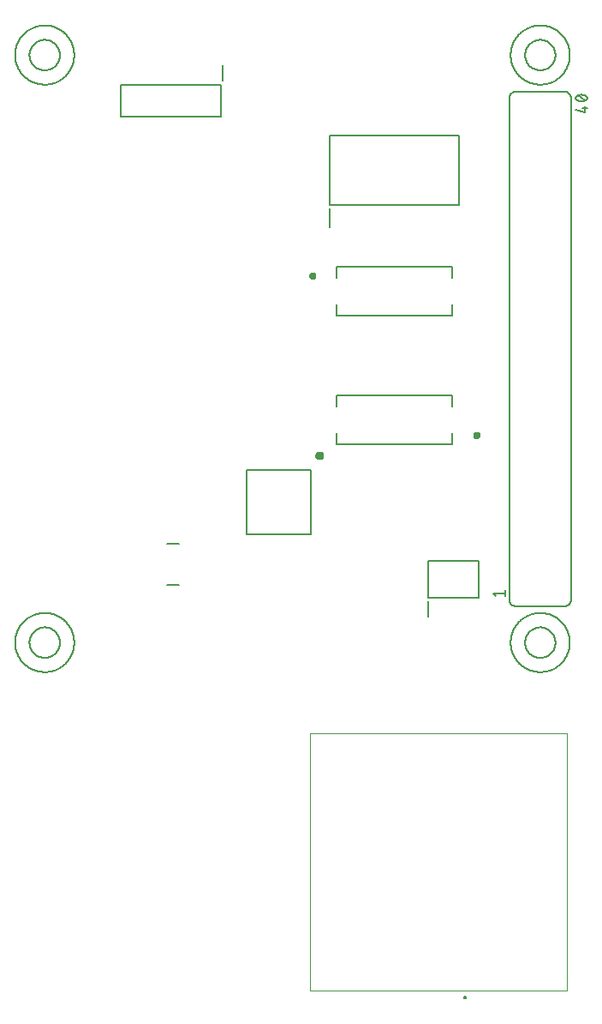
<source format=gbr>
G04 EAGLE Gerber RS-274X export*
G75*
%MOMM*%
%FSLAX34Y34*%
%LPD*%
%INSilkscreen Top*%
%IPPOS*%
%AMOC8*
5,1,8,0,0,1.08239X$1,22.5*%
G01*
%ADD10C,0.200000*%
%ADD11C,0.152400*%
%ADD12C,0.127000*%
%ADD13C,0.203200*%
%ADD14C,0.400000*%
%ADD15C,0.100000*%
%ADD16C,0.200000*%


D10*
X461780Y842300D02*
X461780Y910300D01*
X589780Y910300D01*
X589780Y842300D01*
X461780Y842300D01*
X461630Y838800D02*
X461630Y819550D01*
X559200Y490940D02*
X559200Y453940D01*
X559200Y490940D02*
X609200Y490940D01*
X609200Y453940D01*
X559200Y453940D01*
X558950Y450440D02*
X558950Y435690D01*
D11*
X645870Y446000D02*
X694130Y446000D01*
X645870Y446000D02*
X645712Y446002D01*
X645553Y446008D01*
X645395Y446018D01*
X645238Y446032D01*
X645080Y446049D01*
X644924Y446071D01*
X644767Y446096D01*
X644612Y446126D01*
X644457Y446159D01*
X644303Y446196D01*
X644150Y446237D01*
X643998Y446282D01*
X643848Y446331D01*
X643698Y446383D01*
X643550Y446439D01*
X643403Y446499D01*
X643258Y446562D01*
X643115Y446629D01*
X642973Y446699D01*
X642833Y446773D01*
X642695Y446851D01*
X642559Y446932D01*
X642425Y447016D01*
X642293Y447103D01*
X642163Y447194D01*
X642036Y447288D01*
X641911Y447385D01*
X641788Y447486D01*
X641668Y447589D01*
X641551Y447695D01*
X641436Y447804D01*
X641324Y447916D01*
X641215Y448031D01*
X641109Y448148D01*
X641006Y448268D01*
X640905Y448391D01*
X640808Y448516D01*
X640714Y448643D01*
X640623Y448773D01*
X640536Y448905D01*
X640452Y449039D01*
X640371Y449175D01*
X640293Y449313D01*
X640219Y449453D01*
X640149Y449595D01*
X640082Y449738D01*
X640019Y449883D01*
X639959Y450030D01*
X639903Y450178D01*
X639851Y450328D01*
X639802Y450478D01*
X639757Y450630D01*
X639716Y450783D01*
X639679Y450937D01*
X639646Y451092D01*
X639616Y451247D01*
X639591Y451404D01*
X639569Y451560D01*
X639552Y451718D01*
X639538Y451875D01*
X639528Y452033D01*
X639522Y452192D01*
X639520Y452350D01*
X694130Y446000D02*
X694288Y446002D01*
X694447Y446008D01*
X694605Y446018D01*
X694762Y446032D01*
X694920Y446049D01*
X695076Y446071D01*
X695233Y446096D01*
X695388Y446126D01*
X695543Y446159D01*
X695697Y446196D01*
X695850Y446237D01*
X696002Y446282D01*
X696152Y446331D01*
X696302Y446383D01*
X696450Y446439D01*
X696597Y446499D01*
X696742Y446562D01*
X696885Y446629D01*
X697027Y446699D01*
X697167Y446773D01*
X697305Y446851D01*
X697441Y446932D01*
X697575Y447016D01*
X697707Y447103D01*
X697837Y447194D01*
X697964Y447288D01*
X698089Y447385D01*
X698212Y447486D01*
X698332Y447589D01*
X698449Y447695D01*
X698564Y447804D01*
X698676Y447916D01*
X698785Y448031D01*
X698891Y448148D01*
X698994Y448268D01*
X699095Y448391D01*
X699192Y448516D01*
X699286Y448643D01*
X699377Y448773D01*
X699464Y448905D01*
X699548Y449039D01*
X699629Y449175D01*
X699707Y449313D01*
X699781Y449453D01*
X699851Y449595D01*
X699918Y449738D01*
X699981Y449883D01*
X700041Y450030D01*
X700097Y450178D01*
X700149Y450328D01*
X700198Y450478D01*
X700243Y450630D01*
X700284Y450783D01*
X700321Y450937D01*
X700354Y451092D01*
X700384Y451247D01*
X700409Y451404D01*
X700431Y451560D01*
X700448Y451718D01*
X700462Y451875D01*
X700472Y452033D01*
X700478Y452192D01*
X700480Y452350D01*
X639520Y452350D02*
X639520Y947650D01*
X645870Y954000D02*
X694130Y954000D01*
X700480Y947650D02*
X700480Y452350D01*
X639520Y947650D02*
X639522Y947808D01*
X639528Y947967D01*
X639538Y948125D01*
X639552Y948282D01*
X639569Y948440D01*
X639591Y948596D01*
X639616Y948753D01*
X639646Y948908D01*
X639679Y949063D01*
X639716Y949217D01*
X639757Y949370D01*
X639802Y949522D01*
X639851Y949672D01*
X639903Y949822D01*
X639959Y949970D01*
X640019Y950117D01*
X640082Y950262D01*
X640149Y950405D01*
X640219Y950547D01*
X640293Y950687D01*
X640371Y950825D01*
X640452Y950961D01*
X640536Y951095D01*
X640623Y951227D01*
X640714Y951357D01*
X640808Y951484D01*
X640905Y951609D01*
X641006Y951732D01*
X641109Y951852D01*
X641215Y951969D01*
X641324Y952084D01*
X641436Y952196D01*
X641551Y952305D01*
X641668Y952411D01*
X641788Y952514D01*
X641911Y952615D01*
X642036Y952712D01*
X642163Y952806D01*
X642293Y952897D01*
X642425Y952984D01*
X642559Y953068D01*
X642695Y953149D01*
X642833Y953227D01*
X642973Y953301D01*
X643115Y953371D01*
X643258Y953438D01*
X643403Y953501D01*
X643550Y953561D01*
X643698Y953617D01*
X643848Y953669D01*
X643998Y953718D01*
X644150Y953763D01*
X644303Y953804D01*
X644457Y953841D01*
X644612Y953874D01*
X644767Y953904D01*
X644924Y953929D01*
X645080Y953951D01*
X645238Y953968D01*
X645395Y953982D01*
X645553Y953992D01*
X645712Y953998D01*
X645870Y954000D01*
X694130Y954000D02*
X694288Y953998D01*
X694447Y953992D01*
X694605Y953982D01*
X694762Y953968D01*
X694920Y953951D01*
X695076Y953929D01*
X695233Y953904D01*
X695388Y953874D01*
X695543Y953841D01*
X695697Y953804D01*
X695850Y953763D01*
X696002Y953718D01*
X696152Y953669D01*
X696302Y953617D01*
X696450Y953561D01*
X696597Y953501D01*
X696742Y953438D01*
X696885Y953371D01*
X697027Y953301D01*
X697167Y953227D01*
X697305Y953149D01*
X697441Y953068D01*
X697575Y952984D01*
X697707Y952897D01*
X697837Y952806D01*
X697964Y952712D01*
X698089Y952615D01*
X698212Y952514D01*
X698332Y952411D01*
X698449Y952305D01*
X698564Y952196D01*
X698676Y952084D01*
X698785Y951969D01*
X698891Y951852D01*
X698994Y951732D01*
X699095Y951609D01*
X699192Y951484D01*
X699286Y951357D01*
X699377Y951227D01*
X699464Y951095D01*
X699548Y950961D01*
X699629Y950825D01*
X699707Y950687D01*
X699781Y950547D01*
X699851Y950405D01*
X699918Y950262D01*
X699981Y950117D01*
X700041Y949970D01*
X700097Y949822D01*
X700149Y949672D01*
X700198Y949522D01*
X700243Y949370D01*
X700284Y949217D01*
X700321Y949063D01*
X700354Y948908D01*
X700384Y948753D01*
X700409Y948596D01*
X700431Y948440D01*
X700448Y948282D01*
X700462Y948125D01*
X700472Y947967D01*
X700478Y947808D01*
X700480Y947650D01*
D12*
X623645Y458700D02*
X626185Y455525D01*
X623645Y458700D02*
X635075Y458700D01*
X635075Y455525D02*
X635075Y461875D01*
X713815Y933045D02*
X704925Y935585D01*
X713815Y933045D02*
X713815Y939395D01*
X711275Y937490D02*
X716355Y937490D01*
X710640Y944475D02*
X710415Y944478D01*
X710190Y944486D01*
X709966Y944499D01*
X709742Y944518D01*
X709518Y944542D01*
X709295Y944571D01*
X709073Y944606D01*
X708852Y944646D01*
X708632Y944692D01*
X708413Y944742D01*
X708195Y944798D01*
X707978Y944859D01*
X707763Y944925D01*
X707550Y944996D01*
X707339Y945073D01*
X707129Y945154D01*
X706921Y945240D01*
X706716Y945331D01*
X706513Y945427D01*
X706425Y945459D01*
X706338Y945495D01*
X706252Y945534D01*
X706168Y945577D01*
X706086Y945623D01*
X706006Y945672D01*
X705928Y945724D01*
X705852Y945780D01*
X705778Y945838D01*
X705707Y945900D01*
X705638Y945964D01*
X705572Y946031D01*
X705509Y946100D01*
X705448Y946172D01*
X705390Y946246D01*
X705336Y946323D01*
X705284Y946401D01*
X705236Y946482D01*
X705191Y946564D01*
X705149Y946649D01*
X705111Y946735D01*
X705076Y946822D01*
X705044Y946910D01*
X705017Y947000D01*
X704992Y947091D01*
X704972Y947183D01*
X704955Y947275D01*
X704942Y947369D01*
X704933Y947462D01*
X704927Y947556D01*
X704925Y947650D01*
X704927Y947744D01*
X704933Y947838D01*
X704942Y947931D01*
X704955Y948025D01*
X704972Y948117D01*
X704992Y948209D01*
X705017Y948300D01*
X705044Y948390D01*
X705076Y948478D01*
X705111Y948565D01*
X705149Y948651D01*
X705191Y948736D01*
X705236Y948818D01*
X705284Y948899D01*
X705336Y948977D01*
X705390Y949054D01*
X705448Y949128D01*
X705509Y949200D01*
X705572Y949269D01*
X705638Y949336D01*
X705707Y949400D01*
X705778Y949462D01*
X705852Y949520D01*
X705928Y949576D01*
X706006Y949628D01*
X706086Y949677D01*
X706168Y949723D01*
X706252Y949766D01*
X706338Y949805D01*
X706425Y949841D01*
X706513Y949873D01*
X706716Y949969D01*
X706921Y950060D01*
X707129Y950146D01*
X707339Y950227D01*
X707550Y950304D01*
X707763Y950375D01*
X707978Y950441D01*
X708195Y950502D01*
X708413Y950558D01*
X708632Y950608D01*
X708852Y950654D01*
X709073Y950694D01*
X709295Y950729D01*
X709518Y950758D01*
X709742Y950782D01*
X709966Y950801D01*
X710190Y950814D01*
X710415Y950822D01*
X710640Y950825D01*
X710640Y944475D02*
X710865Y944478D01*
X711090Y944486D01*
X711314Y944499D01*
X711538Y944518D01*
X711762Y944542D01*
X711985Y944571D01*
X712207Y944606D01*
X712428Y944646D01*
X712648Y944692D01*
X712867Y944742D01*
X713085Y944798D01*
X713302Y944859D01*
X713517Y944925D01*
X713730Y944996D01*
X713941Y945073D01*
X714151Y945154D01*
X714359Y945240D01*
X714564Y945331D01*
X714767Y945427D01*
X714768Y945427D02*
X714856Y945459D01*
X714943Y945495D01*
X715029Y945534D01*
X715113Y945577D01*
X715195Y945623D01*
X715275Y945672D01*
X715353Y945724D01*
X715429Y945780D01*
X715503Y945838D01*
X715574Y945900D01*
X715643Y945964D01*
X715709Y946031D01*
X715772Y946100D01*
X715833Y946172D01*
X715891Y946246D01*
X715945Y946323D01*
X715997Y946401D01*
X716045Y946482D01*
X716090Y946564D01*
X716132Y946649D01*
X716170Y946735D01*
X716205Y946822D01*
X716237Y946910D01*
X716264Y947000D01*
X716289Y947091D01*
X716309Y947183D01*
X716326Y947275D01*
X716339Y947369D01*
X716348Y947462D01*
X716354Y947556D01*
X716356Y947650D01*
X714767Y949873D02*
X714564Y949969D01*
X714359Y950060D01*
X714151Y950146D01*
X713941Y950227D01*
X713730Y950304D01*
X713517Y950375D01*
X713302Y950441D01*
X713085Y950502D01*
X712867Y950558D01*
X712648Y950608D01*
X712428Y950654D01*
X712207Y950694D01*
X711985Y950729D01*
X711762Y950758D01*
X711538Y950782D01*
X711314Y950801D01*
X711090Y950814D01*
X710865Y950822D01*
X710640Y950825D01*
X714768Y949873D02*
X714856Y949841D01*
X714943Y949805D01*
X715029Y949766D01*
X715113Y949723D01*
X715195Y949677D01*
X715275Y949628D01*
X715353Y949576D01*
X715429Y949520D01*
X715503Y949462D01*
X715574Y949400D01*
X715643Y949336D01*
X715709Y949269D01*
X715772Y949200D01*
X715833Y949128D01*
X715891Y949054D01*
X715945Y948977D01*
X715997Y948899D01*
X716045Y948818D01*
X716090Y948736D01*
X716132Y948651D01*
X716170Y948565D01*
X716205Y948478D01*
X716237Y948390D01*
X716264Y948300D01*
X716289Y948209D01*
X716309Y948117D01*
X716326Y948025D01*
X716339Y947931D01*
X716348Y947838D01*
X716354Y947744D01*
X716356Y947650D01*
X713815Y945110D02*
X707465Y950190D01*
D10*
X354300Y960880D02*
X354300Y928880D01*
X255300Y928880D01*
X255300Y960880D01*
X354300Y960880D01*
X356000Y964380D02*
X356000Y980130D01*
X312680Y507160D02*
X300680Y507160D01*
D11*
X150790Y410000D02*
X150799Y410717D01*
X150825Y411433D01*
X150869Y412149D01*
X150931Y412863D01*
X151010Y413576D01*
X151106Y414286D01*
X151220Y414994D01*
X151351Y415699D01*
X151500Y416400D01*
X151665Y417097D01*
X151848Y417791D01*
X152048Y418479D01*
X152264Y419163D01*
X152497Y419841D01*
X152747Y420513D01*
X153013Y421178D01*
X153296Y421837D01*
X153594Y422489D01*
X153909Y423133D01*
X154239Y423769D01*
X154585Y424398D01*
X154946Y425017D01*
X155322Y425627D01*
X155713Y426228D01*
X156118Y426819D01*
X156538Y427400D01*
X156972Y427971D01*
X157420Y428531D01*
X157882Y429079D01*
X158357Y429616D01*
X158845Y430141D01*
X159345Y430655D01*
X159859Y431155D01*
X160384Y431643D01*
X160921Y432118D01*
X161469Y432580D01*
X162029Y433028D01*
X162600Y433462D01*
X163181Y433882D01*
X163772Y434287D01*
X164373Y434678D01*
X164983Y435054D01*
X165602Y435415D01*
X166231Y435761D01*
X166867Y436091D01*
X167511Y436406D01*
X168163Y436704D01*
X168822Y436987D01*
X169487Y437253D01*
X170159Y437503D01*
X170837Y437736D01*
X171521Y437952D01*
X172209Y438152D01*
X172903Y438335D01*
X173600Y438500D01*
X174301Y438649D01*
X175006Y438780D01*
X175714Y438894D01*
X176424Y438990D01*
X177137Y439069D01*
X177851Y439131D01*
X178567Y439175D01*
X179283Y439201D01*
X180000Y439210D01*
X180717Y439201D01*
X181433Y439175D01*
X182149Y439131D01*
X182863Y439069D01*
X183576Y438990D01*
X184286Y438894D01*
X184994Y438780D01*
X185699Y438649D01*
X186400Y438500D01*
X187097Y438335D01*
X187791Y438152D01*
X188479Y437952D01*
X189163Y437736D01*
X189841Y437503D01*
X190513Y437253D01*
X191178Y436987D01*
X191837Y436704D01*
X192489Y436406D01*
X193133Y436091D01*
X193769Y435761D01*
X194398Y435415D01*
X195017Y435054D01*
X195627Y434678D01*
X196228Y434287D01*
X196819Y433882D01*
X197400Y433462D01*
X197971Y433028D01*
X198531Y432580D01*
X199079Y432118D01*
X199616Y431643D01*
X200141Y431155D01*
X200655Y430655D01*
X201155Y430141D01*
X201643Y429616D01*
X202118Y429079D01*
X202580Y428531D01*
X203028Y427971D01*
X203462Y427400D01*
X203882Y426819D01*
X204287Y426228D01*
X204678Y425627D01*
X205054Y425017D01*
X205415Y424398D01*
X205761Y423769D01*
X206091Y423133D01*
X206406Y422489D01*
X206704Y421837D01*
X206987Y421178D01*
X207253Y420513D01*
X207503Y419841D01*
X207736Y419163D01*
X207952Y418479D01*
X208152Y417791D01*
X208335Y417097D01*
X208500Y416400D01*
X208649Y415699D01*
X208780Y414994D01*
X208894Y414286D01*
X208990Y413576D01*
X209069Y412863D01*
X209131Y412149D01*
X209175Y411433D01*
X209201Y410717D01*
X209210Y410000D01*
X209201Y409283D01*
X209175Y408567D01*
X209131Y407851D01*
X209069Y407137D01*
X208990Y406424D01*
X208894Y405714D01*
X208780Y405006D01*
X208649Y404301D01*
X208500Y403600D01*
X208335Y402903D01*
X208152Y402209D01*
X207952Y401521D01*
X207736Y400837D01*
X207503Y400159D01*
X207253Y399487D01*
X206987Y398822D01*
X206704Y398163D01*
X206406Y397511D01*
X206091Y396867D01*
X205761Y396231D01*
X205415Y395602D01*
X205054Y394983D01*
X204678Y394373D01*
X204287Y393772D01*
X203882Y393181D01*
X203462Y392600D01*
X203028Y392029D01*
X202580Y391469D01*
X202118Y390921D01*
X201643Y390384D01*
X201155Y389859D01*
X200655Y389345D01*
X200141Y388845D01*
X199616Y388357D01*
X199079Y387882D01*
X198531Y387420D01*
X197971Y386972D01*
X197400Y386538D01*
X196819Y386118D01*
X196228Y385713D01*
X195627Y385322D01*
X195017Y384946D01*
X194398Y384585D01*
X193769Y384239D01*
X193133Y383909D01*
X192489Y383594D01*
X191837Y383296D01*
X191178Y383013D01*
X190513Y382747D01*
X189841Y382497D01*
X189163Y382264D01*
X188479Y382048D01*
X187791Y381848D01*
X187097Y381665D01*
X186400Y381500D01*
X185699Y381351D01*
X184994Y381220D01*
X184286Y381106D01*
X183576Y381010D01*
X182863Y380931D01*
X182149Y380869D01*
X181433Y380825D01*
X180717Y380799D01*
X180000Y380790D01*
X179283Y380799D01*
X178567Y380825D01*
X177851Y380869D01*
X177137Y380931D01*
X176424Y381010D01*
X175714Y381106D01*
X175006Y381220D01*
X174301Y381351D01*
X173600Y381500D01*
X172903Y381665D01*
X172209Y381848D01*
X171521Y382048D01*
X170837Y382264D01*
X170159Y382497D01*
X169487Y382747D01*
X168822Y383013D01*
X168163Y383296D01*
X167511Y383594D01*
X166867Y383909D01*
X166231Y384239D01*
X165602Y384585D01*
X164983Y384946D01*
X164373Y385322D01*
X163772Y385713D01*
X163181Y386118D01*
X162600Y386538D01*
X162029Y386972D01*
X161469Y387420D01*
X160921Y387882D01*
X160384Y388357D01*
X159859Y388845D01*
X159345Y389345D01*
X158845Y389859D01*
X158357Y390384D01*
X157882Y390921D01*
X157420Y391469D01*
X156972Y392029D01*
X156538Y392600D01*
X156118Y393181D01*
X155713Y393772D01*
X155322Y394373D01*
X154946Y394983D01*
X154585Y395602D01*
X154239Y396231D01*
X153909Y396867D01*
X153594Y397511D01*
X153296Y398163D01*
X153013Y398822D01*
X152747Y399487D01*
X152497Y400159D01*
X152264Y400837D01*
X152048Y401521D01*
X151848Y402209D01*
X151665Y402903D01*
X151500Y403600D01*
X151351Y404301D01*
X151220Y405006D01*
X151106Y405714D01*
X151010Y406424D01*
X150931Y407137D01*
X150869Y407851D01*
X150825Y408567D01*
X150799Y409283D01*
X150790Y410000D01*
D13*
X165000Y410000D02*
X165005Y410368D01*
X165018Y410736D01*
X165041Y411103D01*
X165072Y411470D01*
X165113Y411836D01*
X165162Y412201D01*
X165221Y412564D01*
X165288Y412926D01*
X165364Y413287D01*
X165450Y413645D01*
X165543Y414001D01*
X165646Y414354D01*
X165757Y414705D01*
X165877Y415053D01*
X166005Y415398D01*
X166142Y415740D01*
X166287Y416079D01*
X166440Y416413D01*
X166602Y416744D01*
X166771Y417071D01*
X166949Y417393D01*
X167134Y417712D01*
X167327Y418025D01*
X167528Y418334D01*
X167736Y418637D01*
X167952Y418935D01*
X168175Y419228D01*
X168405Y419516D01*
X168642Y419798D01*
X168886Y420073D01*
X169136Y420343D01*
X169393Y420607D01*
X169657Y420864D01*
X169927Y421114D01*
X170202Y421358D01*
X170484Y421595D01*
X170772Y421825D01*
X171065Y422048D01*
X171363Y422264D01*
X171666Y422472D01*
X171975Y422673D01*
X172288Y422866D01*
X172607Y423051D01*
X172929Y423229D01*
X173256Y423398D01*
X173587Y423560D01*
X173921Y423713D01*
X174260Y423858D01*
X174602Y423995D01*
X174947Y424123D01*
X175295Y424243D01*
X175646Y424354D01*
X175999Y424457D01*
X176355Y424550D01*
X176713Y424636D01*
X177074Y424712D01*
X177436Y424779D01*
X177799Y424838D01*
X178164Y424887D01*
X178530Y424928D01*
X178897Y424959D01*
X179264Y424982D01*
X179632Y424995D01*
X180000Y425000D01*
X180368Y424995D01*
X180736Y424982D01*
X181103Y424959D01*
X181470Y424928D01*
X181836Y424887D01*
X182201Y424838D01*
X182564Y424779D01*
X182926Y424712D01*
X183287Y424636D01*
X183645Y424550D01*
X184001Y424457D01*
X184354Y424354D01*
X184705Y424243D01*
X185053Y424123D01*
X185398Y423995D01*
X185740Y423858D01*
X186079Y423713D01*
X186413Y423560D01*
X186744Y423398D01*
X187071Y423229D01*
X187393Y423051D01*
X187712Y422866D01*
X188025Y422673D01*
X188334Y422472D01*
X188637Y422264D01*
X188935Y422048D01*
X189228Y421825D01*
X189516Y421595D01*
X189798Y421358D01*
X190073Y421114D01*
X190343Y420864D01*
X190607Y420607D01*
X190864Y420343D01*
X191114Y420073D01*
X191358Y419798D01*
X191595Y419516D01*
X191825Y419228D01*
X192048Y418935D01*
X192264Y418637D01*
X192472Y418334D01*
X192673Y418025D01*
X192866Y417712D01*
X193051Y417393D01*
X193229Y417071D01*
X193398Y416744D01*
X193560Y416413D01*
X193713Y416079D01*
X193858Y415740D01*
X193995Y415398D01*
X194123Y415053D01*
X194243Y414705D01*
X194354Y414354D01*
X194457Y414001D01*
X194550Y413645D01*
X194636Y413287D01*
X194712Y412926D01*
X194779Y412564D01*
X194838Y412201D01*
X194887Y411836D01*
X194928Y411470D01*
X194959Y411103D01*
X194982Y410736D01*
X194995Y410368D01*
X195000Y410000D01*
X194995Y409632D01*
X194982Y409264D01*
X194959Y408897D01*
X194928Y408530D01*
X194887Y408164D01*
X194838Y407799D01*
X194779Y407436D01*
X194712Y407074D01*
X194636Y406713D01*
X194550Y406355D01*
X194457Y405999D01*
X194354Y405646D01*
X194243Y405295D01*
X194123Y404947D01*
X193995Y404602D01*
X193858Y404260D01*
X193713Y403921D01*
X193560Y403587D01*
X193398Y403256D01*
X193229Y402929D01*
X193051Y402607D01*
X192866Y402288D01*
X192673Y401975D01*
X192472Y401666D01*
X192264Y401363D01*
X192048Y401065D01*
X191825Y400772D01*
X191595Y400484D01*
X191358Y400202D01*
X191114Y399927D01*
X190864Y399657D01*
X190607Y399393D01*
X190343Y399136D01*
X190073Y398886D01*
X189798Y398642D01*
X189516Y398405D01*
X189228Y398175D01*
X188935Y397952D01*
X188637Y397736D01*
X188334Y397528D01*
X188025Y397327D01*
X187712Y397134D01*
X187393Y396949D01*
X187071Y396771D01*
X186744Y396602D01*
X186413Y396440D01*
X186079Y396287D01*
X185740Y396142D01*
X185398Y396005D01*
X185053Y395877D01*
X184705Y395757D01*
X184354Y395646D01*
X184001Y395543D01*
X183645Y395450D01*
X183287Y395364D01*
X182926Y395288D01*
X182564Y395221D01*
X182201Y395162D01*
X181836Y395113D01*
X181470Y395072D01*
X181103Y395041D01*
X180736Y395018D01*
X180368Y395005D01*
X180000Y395000D01*
X179632Y395005D01*
X179264Y395018D01*
X178897Y395041D01*
X178530Y395072D01*
X178164Y395113D01*
X177799Y395162D01*
X177436Y395221D01*
X177074Y395288D01*
X176713Y395364D01*
X176355Y395450D01*
X175999Y395543D01*
X175646Y395646D01*
X175295Y395757D01*
X174947Y395877D01*
X174602Y396005D01*
X174260Y396142D01*
X173921Y396287D01*
X173587Y396440D01*
X173256Y396602D01*
X172929Y396771D01*
X172607Y396949D01*
X172288Y397134D01*
X171975Y397327D01*
X171666Y397528D01*
X171363Y397736D01*
X171065Y397952D01*
X170772Y398175D01*
X170484Y398405D01*
X170202Y398642D01*
X169927Y398886D01*
X169657Y399136D01*
X169393Y399393D01*
X169136Y399657D01*
X168886Y399927D01*
X168642Y400202D01*
X168405Y400484D01*
X168175Y400772D01*
X167952Y401065D01*
X167736Y401363D01*
X167528Y401666D01*
X167327Y401975D01*
X167134Y402288D01*
X166949Y402607D01*
X166771Y402929D01*
X166602Y403256D01*
X166440Y403587D01*
X166287Y403921D01*
X166142Y404260D01*
X166005Y404602D01*
X165877Y404947D01*
X165757Y405295D01*
X165646Y405646D01*
X165543Y405999D01*
X165450Y406355D01*
X165364Y406713D01*
X165288Y407074D01*
X165221Y407436D01*
X165162Y407799D01*
X165113Y408164D01*
X165072Y408530D01*
X165041Y408897D01*
X165018Y409264D01*
X165005Y409632D01*
X165000Y410000D01*
D11*
X640790Y410000D02*
X640799Y410717D01*
X640825Y411433D01*
X640869Y412149D01*
X640931Y412863D01*
X641010Y413576D01*
X641106Y414286D01*
X641220Y414994D01*
X641351Y415699D01*
X641500Y416400D01*
X641665Y417097D01*
X641848Y417791D01*
X642048Y418479D01*
X642264Y419163D01*
X642497Y419841D01*
X642747Y420513D01*
X643013Y421178D01*
X643296Y421837D01*
X643594Y422489D01*
X643909Y423133D01*
X644239Y423769D01*
X644585Y424398D01*
X644946Y425017D01*
X645322Y425627D01*
X645713Y426228D01*
X646118Y426819D01*
X646538Y427400D01*
X646972Y427971D01*
X647420Y428531D01*
X647882Y429079D01*
X648357Y429616D01*
X648845Y430141D01*
X649345Y430655D01*
X649859Y431155D01*
X650384Y431643D01*
X650921Y432118D01*
X651469Y432580D01*
X652029Y433028D01*
X652600Y433462D01*
X653181Y433882D01*
X653772Y434287D01*
X654373Y434678D01*
X654983Y435054D01*
X655602Y435415D01*
X656231Y435761D01*
X656867Y436091D01*
X657511Y436406D01*
X658163Y436704D01*
X658822Y436987D01*
X659487Y437253D01*
X660159Y437503D01*
X660837Y437736D01*
X661521Y437952D01*
X662209Y438152D01*
X662903Y438335D01*
X663600Y438500D01*
X664301Y438649D01*
X665006Y438780D01*
X665714Y438894D01*
X666424Y438990D01*
X667137Y439069D01*
X667851Y439131D01*
X668567Y439175D01*
X669283Y439201D01*
X670000Y439210D01*
X670717Y439201D01*
X671433Y439175D01*
X672149Y439131D01*
X672863Y439069D01*
X673576Y438990D01*
X674286Y438894D01*
X674994Y438780D01*
X675699Y438649D01*
X676400Y438500D01*
X677097Y438335D01*
X677791Y438152D01*
X678479Y437952D01*
X679163Y437736D01*
X679841Y437503D01*
X680513Y437253D01*
X681178Y436987D01*
X681837Y436704D01*
X682489Y436406D01*
X683133Y436091D01*
X683769Y435761D01*
X684398Y435415D01*
X685017Y435054D01*
X685627Y434678D01*
X686228Y434287D01*
X686819Y433882D01*
X687400Y433462D01*
X687971Y433028D01*
X688531Y432580D01*
X689079Y432118D01*
X689616Y431643D01*
X690141Y431155D01*
X690655Y430655D01*
X691155Y430141D01*
X691643Y429616D01*
X692118Y429079D01*
X692580Y428531D01*
X693028Y427971D01*
X693462Y427400D01*
X693882Y426819D01*
X694287Y426228D01*
X694678Y425627D01*
X695054Y425017D01*
X695415Y424398D01*
X695761Y423769D01*
X696091Y423133D01*
X696406Y422489D01*
X696704Y421837D01*
X696987Y421178D01*
X697253Y420513D01*
X697503Y419841D01*
X697736Y419163D01*
X697952Y418479D01*
X698152Y417791D01*
X698335Y417097D01*
X698500Y416400D01*
X698649Y415699D01*
X698780Y414994D01*
X698894Y414286D01*
X698990Y413576D01*
X699069Y412863D01*
X699131Y412149D01*
X699175Y411433D01*
X699201Y410717D01*
X699210Y410000D01*
X699201Y409283D01*
X699175Y408567D01*
X699131Y407851D01*
X699069Y407137D01*
X698990Y406424D01*
X698894Y405714D01*
X698780Y405006D01*
X698649Y404301D01*
X698500Y403600D01*
X698335Y402903D01*
X698152Y402209D01*
X697952Y401521D01*
X697736Y400837D01*
X697503Y400159D01*
X697253Y399487D01*
X696987Y398822D01*
X696704Y398163D01*
X696406Y397511D01*
X696091Y396867D01*
X695761Y396231D01*
X695415Y395602D01*
X695054Y394983D01*
X694678Y394373D01*
X694287Y393772D01*
X693882Y393181D01*
X693462Y392600D01*
X693028Y392029D01*
X692580Y391469D01*
X692118Y390921D01*
X691643Y390384D01*
X691155Y389859D01*
X690655Y389345D01*
X690141Y388845D01*
X689616Y388357D01*
X689079Y387882D01*
X688531Y387420D01*
X687971Y386972D01*
X687400Y386538D01*
X686819Y386118D01*
X686228Y385713D01*
X685627Y385322D01*
X685017Y384946D01*
X684398Y384585D01*
X683769Y384239D01*
X683133Y383909D01*
X682489Y383594D01*
X681837Y383296D01*
X681178Y383013D01*
X680513Y382747D01*
X679841Y382497D01*
X679163Y382264D01*
X678479Y382048D01*
X677791Y381848D01*
X677097Y381665D01*
X676400Y381500D01*
X675699Y381351D01*
X674994Y381220D01*
X674286Y381106D01*
X673576Y381010D01*
X672863Y380931D01*
X672149Y380869D01*
X671433Y380825D01*
X670717Y380799D01*
X670000Y380790D01*
X669283Y380799D01*
X668567Y380825D01*
X667851Y380869D01*
X667137Y380931D01*
X666424Y381010D01*
X665714Y381106D01*
X665006Y381220D01*
X664301Y381351D01*
X663600Y381500D01*
X662903Y381665D01*
X662209Y381848D01*
X661521Y382048D01*
X660837Y382264D01*
X660159Y382497D01*
X659487Y382747D01*
X658822Y383013D01*
X658163Y383296D01*
X657511Y383594D01*
X656867Y383909D01*
X656231Y384239D01*
X655602Y384585D01*
X654983Y384946D01*
X654373Y385322D01*
X653772Y385713D01*
X653181Y386118D01*
X652600Y386538D01*
X652029Y386972D01*
X651469Y387420D01*
X650921Y387882D01*
X650384Y388357D01*
X649859Y388845D01*
X649345Y389345D01*
X648845Y389859D01*
X648357Y390384D01*
X647882Y390921D01*
X647420Y391469D01*
X646972Y392029D01*
X646538Y392600D01*
X646118Y393181D01*
X645713Y393772D01*
X645322Y394373D01*
X644946Y394983D01*
X644585Y395602D01*
X644239Y396231D01*
X643909Y396867D01*
X643594Y397511D01*
X643296Y398163D01*
X643013Y398822D01*
X642747Y399487D01*
X642497Y400159D01*
X642264Y400837D01*
X642048Y401521D01*
X641848Y402209D01*
X641665Y402903D01*
X641500Y403600D01*
X641351Y404301D01*
X641220Y405006D01*
X641106Y405714D01*
X641010Y406424D01*
X640931Y407137D01*
X640869Y407851D01*
X640825Y408567D01*
X640799Y409283D01*
X640790Y410000D01*
D13*
X655000Y410000D02*
X655005Y410368D01*
X655018Y410736D01*
X655041Y411103D01*
X655072Y411470D01*
X655113Y411836D01*
X655162Y412201D01*
X655221Y412564D01*
X655288Y412926D01*
X655364Y413287D01*
X655450Y413645D01*
X655543Y414001D01*
X655646Y414354D01*
X655757Y414705D01*
X655877Y415053D01*
X656005Y415398D01*
X656142Y415740D01*
X656287Y416079D01*
X656440Y416413D01*
X656602Y416744D01*
X656771Y417071D01*
X656949Y417393D01*
X657134Y417712D01*
X657327Y418025D01*
X657528Y418334D01*
X657736Y418637D01*
X657952Y418935D01*
X658175Y419228D01*
X658405Y419516D01*
X658642Y419798D01*
X658886Y420073D01*
X659136Y420343D01*
X659393Y420607D01*
X659657Y420864D01*
X659927Y421114D01*
X660202Y421358D01*
X660484Y421595D01*
X660772Y421825D01*
X661065Y422048D01*
X661363Y422264D01*
X661666Y422472D01*
X661975Y422673D01*
X662288Y422866D01*
X662607Y423051D01*
X662929Y423229D01*
X663256Y423398D01*
X663587Y423560D01*
X663921Y423713D01*
X664260Y423858D01*
X664602Y423995D01*
X664947Y424123D01*
X665295Y424243D01*
X665646Y424354D01*
X665999Y424457D01*
X666355Y424550D01*
X666713Y424636D01*
X667074Y424712D01*
X667436Y424779D01*
X667799Y424838D01*
X668164Y424887D01*
X668530Y424928D01*
X668897Y424959D01*
X669264Y424982D01*
X669632Y424995D01*
X670000Y425000D01*
X670368Y424995D01*
X670736Y424982D01*
X671103Y424959D01*
X671470Y424928D01*
X671836Y424887D01*
X672201Y424838D01*
X672564Y424779D01*
X672926Y424712D01*
X673287Y424636D01*
X673645Y424550D01*
X674001Y424457D01*
X674354Y424354D01*
X674705Y424243D01*
X675053Y424123D01*
X675398Y423995D01*
X675740Y423858D01*
X676079Y423713D01*
X676413Y423560D01*
X676744Y423398D01*
X677071Y423229D01*
X677393Y423051D01*
X677712Y422866D01*
X678025Y422673D01*
X678334Y422472D01*
X678637Y422264D01*
X678935Y422048D01*
X679228Y421825D01*
X679516Y421595D01*
X679798Y421358D01*
X680073Y421114D01*
X680343Y420864D01*
X680607Y420607D01*
X680864Y420343D01*
X681114Y420073D01*
X681358Y419798D01*
X681595Y419516D01*
X681825Y419228D01*
X682048Y418935D01*
X682264Y418637D01*
X682472Y418334D01*
X682673Y418025D01*
X682866Y417712D01*
X683051Y417393D01*
X683229Y417071D01*
X683398Y416744D01*
X683560Y416413D01*
X683713Y416079D01*
X683858Y415740D01*
X683995Y415398D01*
X684123Y415053D01*
X684243Y414705D01*
X684354Y414354D01*
X684457Y414001D01*
X684550Y413645D01*
X684636Y413287D01*
X684712Y412926D01*
X684779Y412564D01*
X684838Y412201D01*
X684887Y411836D01*
X684928Y411470D01*
X684959Y411103D01*
X684982Y410736D01*
X684995Y410368D01*
X685000Y410000D01*
X684995Y409632D01*
X684982Y409264D01*
X684959Y408897D01*
X684928Y408530D01*
X684887Y408164D01*
X684838Y407799D01*
X684779Y407436D01*
X684712Y407074D01*
X684636Y406713D01*
X684550Y406355D01*
X684457Y405999D01*
X684354Y405646D01*
X684243Y405295D01*
X684123Y404947D01*
X683995Y404602D01*
X683858Y404260D01*
X683713Y403921D01*
X683560Y403587D01*
X683398Y403256D01*
X683229Y402929D01*
X683051Y402607D01*
X682866Y402288D01*
X682673Y401975D01*
X682472Y401666D01*
X682264Y401363D01*
X682048Y401065D01*
X681825Y400772D01*
X681595Y400484D01*
X681358Y400202D01*
X681114Y399927D01*
X680864Y399657D01*
X680607Y399393D01*
X680343Y399136D01*
X680073Y398886D01*
X679798Y398642D01*
X679516Y398405D01*
X679228Y398175D01*
X678935Y397952D01*
X678637Y397736D01*
X678334Y397528D01*
X678025Y397327D01*
X677712Y397134D01*
X677393Y396949D01*
X677071Y396771D01*
X676744Y396602D01*
X676413Y396440D01*
X676079Y396287D01*
X675740Y396142D01*
X675398Y396005D01*
X675053Y395877D01*
X674705Y395757D01*
X674354Y395646D01*
X674001Y395543D01*
X673645Y395450D01*
X673287Y395364D01*
X672926Y395288D01*
X672564Y395221D01*
X672201Y395162D01*
X671836Y395113D01*
X671470Y395072D01*
X671103Y395041D01*
X670736Y395018D01*
X670368Y395005D01*
X670000Y395000D01*
X669632Y395005D01*
X669264Y395018D01*
X668897Y395041D01*
X668530Y395072D01*
X668164Y395113D01*
X667799Y395162D01*
X667436Y395221D01*
X667074Y395288D01*
X666713Y395364D01*
X666355Y395450D01*
X665999Y395543D01*
X665646Y395646D01*
X665295Y395757D01*
X664947Y395877D01*
X664602Y396005D01*
X664260Y396142D01*
X663921Y396287D01*
X663587Y396440D01*
X663256Y396602D01*
X662929Y396771D01*
X662607Y396949D01*
X662288Y397134D01*
X661975Y397327D01*
X661666Y397528D01*
X661363Y397736D01*
X661065Y397952D01*
X660772Y398175D01*
X660484Y398405D01*
X660202Y398642D01*
X659927Y398886D01*
X659657Y399136D01*
X659393Y399393D01*
X659136Y399657D01*
X658886Y399927D01*
X658642Y400202D01*
X658405Y400484D01*
X658175Y400772D01*
X657952Y401065D01*
X657736Y401363D01*
X657528Y401666D01*
X657327Y401975D01*
X657134Y402288D01*
X656949Y402607D01*
X656771Y402929D01*
X656602Y403256D01*
X656440Y403587D01*
X656287Y403921D01*
X656142Y404260D01*
X656005Y404602D01*
X655877Y404947D01*
X655757Y405295D01*
X655646Y405646D01*
X655543Y405999D01*
X655450Y406355D01*
X655364Y406713D01*
X655288Y407074D01*
X655221Y407436D01*
X655162Y407799D01*
X655113Y408164D01*
X655072Y408530D01*
X655041Y408897D01*
X655018Y409264D01*
X655005Y409632D01*
X655000Y410000D01*
D11*
X150790Y990000D02*
X150799Y990717D01*
X150825Y991433D01*
X150869Y992149D01*
X150931Y992863D01*
X151010Y993576D01*
X151106Y994286D01*
X151220Y994994D01*
X151351Y995699D01*
X151500Y996400D01*
X151665Y997097D01*
X151848Y997791D01*
X152048Y998479D01*
X152264Y999163D01*
X152497Y999841D01*
X152747Y1000513D01*
X153013Y1001178D01*
X153296Y1001837D01*
X153594Y1002489D01*
X153909Y1003133D01*
X154239Y1003769D01*
X154585Y1004398D01*
X154946Y1005017D01*
X155322Y1005627D01*
X155713Y1006228D01*
X156118Y1006819D01*
X156538Y1007400D01*
X156972Y1007971D01*
X157420Y1008531D01*
X157882Y1009079D01*
X158357Y1009616D01*
X158845Y1010141D01*
X159345Y1010655D01*
X159859Y1011155D01*
X160384Y1011643D01*
X160921Y1012118D01*
X161469Y1012580D01*
X162029Y1013028D01*
X162600Y1013462D01*
X163181Y1013882D01*
X163772Y1014287D01*
X164373Y1014678D01*
X164983Y1015054D01*
X165602Y1015415D01*
X166231Y1015761D01*
X166867Y1016091D01*
X167511Y1016406D01*
X168163Y1016704D01*
X168822Y1016987D01*
X169487Y1017253D01*
X170159Y1017503D01*
X170837Y1017736D01*
X171521Y1017952D01*
X172209Y1018152D01*
X172903Y1018335D01*
X173600Y1018500D01*
X174301Y1018649D01*
X175006Y1018780D01*
X175714Y1018894D01*
X176424Y1018990D01*
X177137Y1019069D01*
X177851Y1019131D01*
X178567Y1019175D01*
X179283Y1019201D01*
X180000Y1019210D01*
X180717Y1019201D01*
X181433Y1019175D01*
X182149Y1019131D01*
X182863Y1019069D01*
X183576Y1018990D01*
X184286Y1018894D01*
X184994Y1018780D01*
X185699Y1018649D01*
X186400Y1018500D01*
X187097Y1018335D01*
X187791Y1018152D01*
X188479Y1017952D01*
X189163Y1017736D01*
X189841Y1017503D01*
X190513Y1017253D01*
X191178Y1016987D01*
X191837Y1016704D01*
X192489Y1016406D01*
X193133Y1016091D01*
X193769Y1015761D01*
X194398Y1015415D01*
X195017Y1015054D01*
X195627Y1014678D01*
X196228Y1014287D01*
X196819Y1013882D01*
X197400Y1013462D01*
X197971Y1013028D01*
X198531Y1012580D01*
X199079Y1012118D01*
X199616Y1011643D01*
X200141Y1011155D01*
X200655Y1010655D01*
X201155Y1010141D01*
X201643Y1009616D01*
X202118Y1009079D01*
X202580Y1008531D01*
X203028Y1007971D01*
X203462Y1007400D01*
X203882Y1006819D01*
X204287Y1006228D01*
X204678Y1005627D01*
X205054Y1005017D01*
X205415Y1004398D01*
X205761Y1003769D01*
X206091Y1003133D01*
X206406Y1002489D01*
X206704Y1001837D01*
X206987Y1001178D01*
X207253Y1000513D01*
X207503Y999841D01*
X207736Y999163D01*
X207952Y998479D01*
X208152Y997791D01*
X208335Y997097D01*
X208500Y996400D01*
X208649Y995699D01*
X208780Y994994D01*
X208894Y994286D01*
X208990Y993576D01*
X209069Y992863D01*
X209131Y992149D01*
X209175Y991433D01*
X209201Y990717D01*
X209210Y990000D01*
X209201Y989283D01*
X209175Y988567D01*
X209131Y987851D01*
X209069Y987137D01*
X208990Y986424D01*
X208894Y985714D01*
X208780Y985006D01*
X208649Y984301D01*
X208500Y983600D01*
X208335Y982903D01*
X208152Y982209D01*
X207952Y981521D01*
X207736Y980837D01*
X207503Y980159D01*
X207253Y979487D01*
X206987Y978822D01*
X206704Y978163D01*
X206406Y977511D01*
X206091Y976867D01*
X205761Y976231D01*
X205415Y975602D01*
X205054Y974983D01*
X204678Y974373D01*
X204287Y973772D01*
X203882Y973181D01*
X203462Y972600D01*
X203028Y972029D01*
X202580Y971469D01*
X202118Y970921D01*
X201643Y970384D01*
X201155Y969859D01*
X200655Y969345D01*
X200141Y968845D01*
X199616Y968357D01*
X199079Y967882D01*
X198531Y967420D01*
X197971Y966972D01*
X197400Y966538D01*
X196819Y966118D01*
X196228Y965713D01*
X195627Y965322D01*
X195017Y964946D01*
X194398Y964585D01*
X193769Y964239D01*
X193133Y963909D01*
X192489Y963594D01*
X191837Y963296D01*
X191178Y963013D01*
X190513Y962747D01*
X189841Y962497D01*
X189163Y962264D01*
X188479Y962048D01*
X187791Y961848D01*
X187097Y961665D01*
X186400Y961500D01*
X185699Y961351D01*
X184994Y961220D01*
X184286Y961106D01*
X183576Y961010D01*
X182863Y960931D01*
X182149Y960869D01*
X181433Y960825D01*
X180717Y960799D01*
X180000Y960790D01*
X179283Y960799D01*
X178567Y960825D01*
X177851Y960869D01*
X177137Y960931D01*
X176424Y961010D01*
X175714Y961106D01*
X175006Y961220D01*
X174301Y961351D01*
X173600Y961500D01*
X172903Y961665D01*
X172209Y961848D01*
X171521Y962048D01*
X170837Y962264D01*
X170159Y962497D01*
X169487Y962747D01*
X168822Y963013D01*
X168163Y963296D01*
X167511Y963594D01*
X166867Y963909D01*
X166231Y964239D01*
X165602Y964585D01*
X164983Y964946D01*
X164373Y965322D01*
X163772Y965713D01*
X163181Y966118D01*
X162600Y966538D01*
X162029Y966972D01*
X161469Y967420D01*
X160921Y967882D01*
X160384Y968357D01*
X159859Y968845D01*
X159345Y969345D01*
X158845Y969859D01*
X158357Y970384D01*
X157882Y970921D01*
X157420Y971469D01*
X156972Y972029D01*
X156538Y972600D01*
X156118Y973181D01*
X155713Y973772D01*
X155322Y974373D01*
X154946Y974983D01*
X154585Y975602D01*
X154239Y976231D01*
X153909Y976867D01*
X153594Y977511D01*
X153296Y978163D01*
X153013Y978822D01*
X152747Y979487D01*
X152497Y980159D01*
X152264Y980837D01*
X152048Y981521D01*
X151848Y982209D01*
X151665Y982903D01*
X151500Y983600D01*
X151351Y984301D01*
X151220Y985006D01*
X151106Y985714D01*
X151010Y986424D01*
X150931Y987137D01*
X150869Y987851D01*
X150825Y988567D01*
X150799Y989283D01*
X150790Y990000D01*
D13*
X165000Y990000D02*
X165005Y990368D01*
X165018Y990736D01*
X165041Y991103D01*
X165072Y991470D01*
X165113Y991836D01*
X165162Y992201D01*
X165221Y992564D01*
X165288Y992926D01*
X165364Y993287D01*
X165450Y993645D01*
X165543Y994001D01*
X165646Y994354D01*
X165757Y994705D01*
X165877Y995053D01*
X166005Y995398D01*
X166142Y995740D01*
X166287Y996079D01*
X166440Y996413D01*
X166602Y996744D01*
X166771Y997071D01*
X166949Y997393D01*
X167134Y997712D01*
X167327Y998025D01*
X167528Y998334D01*
X167736Y998637D01*
X167952Y998935D01*
X168175Y999228D01*
X168405Y999516D01*
X168642Y999798D01*
X168886Y1000073D01*
X169136Y1000343D01*
X169393Y1000607D01*
X169657Y1000864D01*
X169927Y1001114D01*
X170202Y1001358D01*
X170484Y1001595D01*
X170772Y1001825D01*
X171065Y1002048D01*
X171363Y1002264D01*
X171666Y1002472D01*
X171975Y1002673D01*
X172288Y1002866D01*
X172607Y1003051D01*
X172929Y1003229D01*
X173256Y1003398D01*
X173587Y1003560D01*
X173921Y1003713D01*
X174260Y1003858D01*
X174602Y1003995D01*
X174947Y1004123D01*
X175295Y1004243D01*
X175646Y1004354D01*
X175999Y1004457D01*
X176355Y1004550D01*
X176713Y1004636D01*
X177074Y1004712D01*
X177436Y1004779D01*
X177799Y1004838D01*
X178164Y1004887D01*
X178530Y1004928D01*
X178897Y1004959D01*
X179264Y1004982D01*
X179632Y1004995D01*
X180000Y1005000D01*
X180368Y1004995D01*
X180736Y1004982D01*
X181103Y1004959D01*
X181470Y1004928D01*
X181836Y1004887D01*
X182201Y1004838D01*
X182564Y1004779D01*
X182926Y1004712D01*
X183287Y1004636D01*
X183645Y1004550D01*
X184001Y1004457D01*
X184354Y1004354D01*
X184705Y1004243D01*
X185053Y1004123D01*
X185398Y1003995D01*
X185740Y1003858D01*
X186079Y1003713D01*
X186413Y1003560D01*
X186744Y1003398D01*
X187071Y1003229D01*
X187393Y1003051D01*
X187712Y1002866D01*
X188025Y1002673D01*
X188334Y1002472D01*
X188637Y1002264D01*
X188935Y1002048D01*
X189228Y1001825D01*
X189516Y1001595D01*
X189798Y1001358D01*
X190073Y1001114D01*
X190343Y1000864D01*
X190607Y1000607D01*
X190864Y1000343D01*
X191114Y1000073D01*
X191358Y999798D01*
X191595Y999516D01*
X191825Y999228D01*
X192048Y998935D01*
X192264Y998637D01*
X192472Y998334D01*
X192673Y998025D01*
X192866Y997712D01*
X193051Y997393D01*
X193229Y997071D01*
X193398Y996744D01*
X193560Y996413D01*
X193713Y996079D01*
X193858Y995740D01*
X193995Y995398D01*
X194123Y995053D01*
X194243Y994705D01*
X194354Y994354D01*
X194457Y994001D01*
X194550Y993645D01*
X194636Y993287D01*
X194712Y992926D01*
X194779Y992564D01*
X194838Y992201D01*
X194887Y991836D01*
X194928Y991470D01*
X194959Y991103D01*
X194982Y990736D01*
X194995Y990368D01*
X195000Y990000D01*
X194995Y989632D01*
X194982Y989264D01*
X194959Y988897D01*
X194928Y988530D01*
X194887Y988164D01*
X194838Y987799D01*
X194779Y987436D01*
X194712Y987074D01*
X194636Y986713D01*
X194550Y986355D01*
X194457Y985999D01*
X194354Y985646D01*
X194243Y985295D01*
X194123Y984947D01*
X193995Y984602D01*
X193858Y984260D01*
X193713Y983921D01*
X193560Y983587D01*
X193398Y983256D01*
X193229Y982929D01*
X193051Y982607D01*
X192866Y982288D01*
X192673Y981975D01*
X192472Y981666D01*
X192264Y981363D01*
X192048Y981065D01*
X191825Y980772D01*
X191595Y980484D01*
X191358Y980202D01*
X191114Y979927D01*
X190864Y979657D01*
X190607Y979393D01*
X190343Y979136D01*
X190073Y978886D01*
X189798Y978642D01*
X189516Y978405D01*
X189228Y978175D01*
X188935Y977952D01*
X188637Y977736D01*
X188334Y977528D01*
X188025Y977327D01*
X187712Y977134D01*
X187393Y976949D01*
X187071Y976771D01*
X186744Y976602D01*
X186413Y976440D01*
X186079Y976287D01*
X185740Y976142D01*
X185398Y976005D01*
X185053Y975877D01*
X184705Y975757D01*
X184354Y975646D01*
X184001Y975543D01*
X183645Y975450D01*
X183287Y975364D01*
X182926Y975288D01*
X182564Y975221D01*
X182201Y975162D01*
X181836Y975113D01*
X181470Y975072D01*
X181103Y975041D01*
X180736Y975018D01*
X180368Y975005D01*
X180000Y975000D01*
X179632Y975005D01*
X179264Y975018D01*
X178897Y975041D01*
X178530Y975072D01*
X178164Y975113D01*
X177799Y975162D01*
X177436Y975221D01*
X177074Y975288D01*
X176713Y975364D01*
X176355Y975450D01*
X175999Y975543D01*
X175646Y975646D01*
X175295Y975757D01*
X174947Y975877D01*
X174602Y976005D01*
X174260Y976142D01*
X173921Y976287D01*
X173587Y976440D01*
X173256Y976602D01*
X172929Y976771D01*
X172607Y976949D01*
X172288Y977134D01*
X171975Y977327D01*
X171666Y977528D01*
X171363Y977736D01*
X171065Y977952D01*
X170772Y978175D01*
X170484Y978405D01*
X170202Y978642D01*
X169927Y978886D01*
X169657Y979136D01*
X169393Y979393D01*
X169136Y979657D01*
X168886Y979927D01*
X168642Y980202D01*
X168405Y980484D01*
X168175Y980772D01*
X167952Y981065D01*
X167736Y981363D01*
X167528Y981666D01*
X167327Y981975D01*
X167134Y982288D01*
X166949Y982607D01*
X166771Y982929D01*
X166602Y983256D01*
X166440Y983587D01*
X166287Y983921D01*
X166142Y984260D01*
X166005Y984602D01*
X165877Y984947D01*
X165757Y985295D01*
X165646Y985646D01*
X165543Y985999D01*
X165450Y986355D01*
X165364Y986713D01*
X165288Y987074D01*
X165221Y987436D01*
X165162Y987799D01*
X165113Y988164D01*
X165072Y988530D01*
X165041Y988897D01*
X165018Y989264D01*
X165005Y989632D01*
X165000Y990000D01*
D11*
X640790Y990000D02*
X640799Y990717D01*
X640825Y991433D01*
X640869Y992149D01*
X640931Y992863D01*
X641010Y993576D01*
X641106Y994286D01*
X641220Y994994D01*
X641351Y995699D01*
X641500Y996400D01*
X641665Y997097D01*
X641848Y997791D01*
X642048Y998479D01*
X642264Y999163D01*
X642497Y999841D01*
X642747Y1000513D01*
X643013Y1001178D01*
X643296Y1001837D01*
X643594Y1002489D01*
X643909Y1003133D01*
X644239Y1003769D01*
X644585Y1004398D01*
X644946Y1005017D01*
X645322Y1005627D01*
X645713Y1006228D01*
X646118Y1006819D01*
X646538Y1007400D01*
X646972Y1007971D01*
X647420Y1008531D01*
X647882Y1009079D01*
X648357Y1009616D01*
X648845Y1010141D01*
X649345Y1010655D01*
X649859Y1011155D01*
X650384Y1011643D01*
X650921Y1012118D01*
X651469Y1012580D01*
X652029Y1013028D01*
X652600Y1013462D01*
X653181Y1013882D01*
X653772Y1014287D01*
X654373Y1014678D01*
X654983Y1015054D01*
X655602Y1015415D01*
X656231Y1015761D01*
X656867Y1016091D01*
X657511Y1016406D01*
X658163Y1016704D01*
X658822Y1016987D01*
X659487Y1017253D01*
X660159Y1017503D01*
X660837Y1017736D01*
X661521Y1017952D01*
X662209Y1018152D01*
X662903Y1018335D01*
X663600Y1018500D01*
X664301Y1018649D01*
X665006Y1018780D01*
X665714Y1018894D01*
X666424Y1018990D01*
X667137Y1019069D01*
X667851Y1019131D01*
X668567Y1019175D01*
X669283Y1019201D01*
X670000Y1019210D01*
X670717Y1019201D01*
X671433Y1019175D01*
X672149Y1019131D01*
X672863Y1019069D01*
X673576Y1018990D01*
X674286Y1018894D01*
X674994Y1018780D01*
X675699Y1018649D01*
X676400Y1018500D01*
X677097Y1018335D01*
X677791Y1018152D01*
X678479Y1017952D01*
X679163Y1017736D01*
X679841Y1017503D01*
X680513Y1017253D01*
X681178Y1016987D01*
X681837Y1016704D01*
X682489Y1016406D01*
X683133Y1016091D01*
X683769Y1015761D01*
X684398Y1015415D01*
X685017Y1015054D01*
X685627Y1014678D01*
X686228Y1014287D01*
X686819Y1013882D01*
X687400Y1013462D01*
X687971Y1013028D01*
X688531Y1012580D01*
X689079Y1012118D01*
X689616Y1011643D01*
X690141Y1011155D01*
X690655Y1010655D01*
X691155Y1010141D01*
X691643Y1009616D01*
X692118Y1009079D01*
X692580Y1008531D01*
X693028Y1007971D01*
X693462Y1007400D01*
X693882Y1006819D01*
X694287Y1006228D01*
X694678Y1005627D01*
X695054Y1005017D01*
X695415Y1004398D01*
X695761Y1003769D01*
X696091Y1003133D01*
X696406Y1002489D01*
X696704Y1001837D01*
X696987Y1001178D01*
X697253Y1000513D01*
X697503Y999841D01*
X697736Y999163D01*
X697952Y998479D01*
X698152Y997791D01*
X698335Y997097D01*
X698500Y996400D01*
X698649Y995699D01*
X698780Y994994D01*
X698894Y994286D01*
X698990Y993576D01*
X699069Y992863D01*
X699131Y992149D01*
X699175Y991433D01*
X699201Y990717D01*
X699210Y990000D01*
X699201Y989283D01*
X699175Y988567D01*
X699131Y987851D01*
X699069Y987137D01*
X698990Y986424D01*
X698894Y985714D01*
X698780Y985006D01*
X698649Y984301D01*
X698500Y983600D01*
X698335Y982903D01*
X698152Y982209D01*
X697952Y981521D01*
X697736Y980837D01*
X697503Y980159D01*
X697253Y979487D01*
X696987Y978822D01*
X696704Y978163D01*
X696406Y977511D01*
X696091Y976867D01*
X695761Y976231D01*
X695415Y975602D01*
X695054Y974983D01*
X694678Y974373D01*
X694287Y973772D01*
X693882Y973181D01*
X693462Y972600D01*
X693028Y972029D01*
X692580Y971469D01*
X692118Y970921D01*
X691643Y970384D01*
X691155Y969859D01*
X690655Y969345D01*
X690141Y968845D01*
X689616Y968357D01*
X689079Y967882D01*
X688531Y967420D01*
X687971Y966972D01*
X687400Y966538D01*
X686819Y966118D01*
X686228Y965713D01*
X685627Y965322D01*
X685017Y964946D01*
X684398Y964585D01*
X683769Y964239D01*
X683133Y963909D01*
X682489Y963594D01*
X681837Y963296D01*
X681178Y963013D01*
X680513Y962747D01*
X679841Y962497D01*
X679163Y962264D01*
X678479Y962048D01*
X677791Y961848D01*
X677097Y961665D01*
X676400Y961500D01*
X675699Y961351D01*
X674994Y961220D01*
X674286Y961106D01*
X673576Y961010D01*
X672863Y960931D01*
X672149Y960869D01*
X671433Y960825D01*
X670717Y960799D01*
X670000Y960790D01*
X669283Y960799D01*
X668567Y960825D01*
X667851Y960869D01*
X667137Y960931D01*
X666424Y961010D01*
X665714Y961106D01*
X665006Y961220D01*
X664301Y961351D01*
X663600Y961500D01*
X662903Y961665D01*
X662209Y961848D01*
X661521Y962048D01*
X660837Y962264D01*
X660159Y962497D01*
X659487Y962747D01*
X658822Y963013D01*
X658163Y963296D01*
X657511Y963594D01*
X656867Y963909D01*
X656231Y964239D01*
X655602Y964585D01*
X654983Y964946D01*
X654373Y965322D01*
X653772Y965713D01*
X653181Y966118D01*
X652600Y966538D01*
X652029Y966972D01*
X651469Y967420D01*
X650921Y967882D01*
X650384Y968357D01*
X649859Y968845D01*
X649345Y969345D01*
X648845Y969859D01*
X648357Y970384D01*
X647882Y970921D01*
X647420Y971469D01*
X646972Y972029D01*
X646538Y972600D01*
X646118Y973181D01*
X645713Y973772D01*
X645322Y974373D01*
X644946Y974983D01*
X644585Y975602D01*
X644239Y976231D01*
X643909Y976867D01*
X643594Y977511D01*
X643296Y978163D01*
X643013Y978822D01*
X642747Y979487D01*
X642497Y980159D01*
X642264Y980837D01*
X642048Y981521D01*
X641848Y982209D01*
X641665Y982903D01*
X641500Y983600D01*
X641351Y984301D01*
X641220Y985006D01*
X641106Y985714D01*
X641010Y986424D01*
X640931Y987137D01*
X640869Y987851D01*
X640825Y988567D01*
X640799Y989283D01*
X640790Y990000D01*
D13*
X655000Y990000D02*
X655005Y990368D01*
X655018Y990736D01*
X655041Y991103D01*
X655072Y991470D01*
X655113Y991836D01*
X655162Y992201D01*
X655221Y992564D01*
X655288Y992926D01*
X655364Y993287D01*
X655450Y993645D01*
X655543Y994001D01*
X655646Y994354D01*
X655757Y994705D01*
X655877Y995053D01*
X656005Y995398D01*
X656142Y995740D01*
X656287Y996079D01*
X656440Y996413D01*
X656602Y996744D01*
X656771Y997071D01*
X656949Y997393D01*
X657134Y997712D01*
X657327Y998025D01*
X657528Y998334D01*
X657736Y998637D01*
X657952Y998935D01*
X658175Y999228D01*
X658405Y999516D01*
X658642Y999798D01*
X658886Y1000073D01*
X659136Y1000343D01*
X659393Y1000607D01*
X659657Y1000864D01*
X659927Y1001114D01*
X660202Y1001358D01*
X660484Y1001595D01*
X660772Y1001825D01*
X661065Y1002048D01*
X661363Y1002264D01*
X661666Y1002472D01*
X661975Y1002673D01*
X662288Y1002866D01*
X662607Y1003051D01*
X662929Y1003229D01*
X663256Y1003398D01*
X663587Y1003560D01*
X663921Y1003713D01*
X664260Y1003858D01*
X664602Y1003995D01*
X664947Y1004123D01*
X665295Y1004243D01*
X665646Y1004354D01*
X665999Y1004457D01*
X666355Y1004550D01*
X666713Y1004636D01*
X667074Y1004712D01*
X667436Y1004779D01*
X667799Y1004838D01*
X668164Y1004887D01*
X668530Y1004928D01*
X668897Y1004959D01*
X669264Y1004982D01*
X669632Y1004995D01*
X670000Y1005000D01*
X670368Y1004995D01*
X670736Y1004982D01*
X671103Y1004959D01*
X671470Y1004928D01*
X671836Y1004887D01*
X672201Y1004838D01*
X672564Y1004779D01*
X672926Y1004712D01*
X673287Y1004636D01*
X673645Y1004550D01*
X674001Y1004457D01*
X674354Y1004354D01*
X674705Y1004243D01*
X675053Y1004123D01*
X675398Y1003995D01*
X675740Y1003858D01*
X676079Y1003713D01*
X676413Y1003560D01*
X676744Y1003398D01*
X677071Y1003229D01*
X677393Y1003051D01*
X677712Y1002866D01*
X678025Y1002673D01*
X678334Y1002472D01*
X678637Y1002264D01*
X678935Y1002048D01*
X679228Y1001825D01*
X679516Y1001595D01*
X679798Y1001358D01*
X680073Y1001114D01*
X680343Y1000864D01*
X680607Y1000607D01*
X680864Y1000343D01*
X681114Y1000073D01*
X681358Y999798D01*
X681595Y999516D01*
X681825Y999228D01*
X682048Y998935D01*
X682264Y998637D01*
X682472Y998334D01*
X682673Y998025D01*
X682866Y997712D01*
X683051Y997393D01*
X683229Y997071D01*
X683398Y996744D01*
X683560Y996413D01*
X683713Y996079D01*
X683858Y995740D01*
X683995Y995398D01*
X684123Y995053D01*
X684243Y994705D01*
X684354Y994354D01*
X684457Y994001D01*
X684550Y993645D01*
X684636Y993287D01*
X684712Y992926D01*
X684779Y992564D01*
X684838Y992201D01*
X684887Y991836D01*
X684928Y991470D01*
X684959Y991103D01*
X684982Y990736D01*
X684995Y990368D01*
X685000Y990000D01*
X684995Y989632D01*
X684982Y989264D01*
X684959Y988897D01*
X684928Y988530D01*
X684887Y988164D01*
X684838Y987799D01*
X684779Y987436D01*
X684712Y987074D01*
X684636Y986713D01*
X684550Y986355D01*
X684457Y985999D01*
X684354Y985646D01*
X684243Y985295D01*
X684123Y984947D01*
X683995Y984602D01*
X683858Y984260D01*
X683713Y983921D01*
X683560Y983587D01*
X683398Y983256D01*
X683229Y982929D01*
X683051Y982607D01*
X682866Y982288D01*
X682673Y981975D01*
X682472Y981666D01*
X682264Y981363D01*
X682048Y981065D01*
X681825Y980772D01*
X681595Y980484D01*
X681358Y980202D01*
X681114Y979927D01*
X680864Y979657D01*
X680607Y979393D01*
X680343Y979136D01*
X680073Y978886D01*
X679798Y978642D01*
X679516Y978405D01*
X679228Y978175D01*
X678935Y977952D01*
X678637Y977736D01*
X678334Y977528D01*
X678025Y977327D01*
X677712Y977134D01*
X677393Y976949D01*
X677071Y976771D01*
X676744Y976602D01*
X676413Y976440D01*
X676079Y976287D01*
X675740Y976142D01*
X675398Y976005D01*
X675053Y975877D01*
X674705Y975757D01*
X674354Y975646D01*
X674001Y975543D01*
X673645Y975450D01*
X673287Y975364D01*
X672926Y975288D01*
X672564Y975221D01*
X672201Y975162D01*
X671836Y975113D01*
X671470Y975072D01*
X671103Y975041D01*
X670736Y975018D01*
X670368Y975005D01*
X670000Y975000D01*
X669632Y975005D01*
X669264Y975018D01*
X668897Y975041D01*
X668530Y975072D01*
X668164Y975113D01*
X667799Y975162D01*
X667436Y975221D01*
X667074Y975288D01*
X666713Y975364D01*
X666355Y975450D01*
X665999Y975543D01*
X665646Y975646D01*
X665295Y975757D01*
X664947Y975877D01*
X664602Y976005D01*
X664260Y976142D01*
X663921Y976287D01*
X663587Y976440D01*
X663256Y976602D01*
X662929Y976771D01*
X662607Y976949D01*
X662288Y977134D01*
X661975Y977327D01*
X661666Y977528D01*
X661363Y977736D01*
X661065Y977952D01*
X660772Y978175D01*
X660484Y978405D01*
X660202Y978642D01*
X659927Y978886D01*
X659657Y979136D01*
X659393Y979393D01*
X659136Y979657D01*
X658886Y979927D01*
X658642Y980202D01*
X658405Y980484D01*
X658175Y980772D01*
X657952Y981065D01*
X657736Y981363D01*
X657528Y981666D01*
X657327Y981975D01*
X657134Y982288D01*
X656949Y982607D01*
X656771Y982929D01*
X656602Y983256D01*
X656440Y983587D01*
X656287Y983921D01*
X656142Y984260D01*
X656005Y984602D01*
X655877Y984947D01*
X655757Y985295D01*
X655646Y985646D01*
X655543Y985999D01*
X655450Y986355D01*
X655364Y986713D01*
X655288Y987074D01*
X655221Y987436D01*
X655162Y987799D01*
X655113Y988164D01*
X655072Y988530D01*
X655041Y988897D01*
X655018Y989264D01*
X655005Y989632D01*
X655000Y990000D01*
D10*
X582780Y780920D02*
X468780Y780920D01*
X468780Y732920D02*
X582780Y732920D01*
D14*
X443471Y772020D02*
X443473Y772091D01*
X443479Y772161D01*
X443489Y772231D01*
X443503Y772300D01*
X443520Y772369D01*
X443542Y772436D01*
X443567Y772502D01*
X443596Y772566D01*
X443628Y772629D01*
X443664Y772690D01*
X443703Y772749D01*
X443746Y772805D01*
X443791Y772859D01*
X443840Y772910D01*
X443891Y772959D01*
X443945Y773004D01*
X444001Y773047D01*
X444060Y773086D01*
X444121Y773122D01*
X444184Y773154D01*
X444248Y773183D01*
X444314Y773208D01*
X444381Y773230D01*
X444450Y773247D01*
X444519Y773261D01*
X444589Y773271D01*
X444659Y773277D01*
X444730Y773279D01*
X444801Y773277D01*
X444871Y773271D01*
X444941Y773261D01*
X445010Y773247D01*
X445079Y773230D01*
X445146Y773208D01*
X445212Y773183D01*
X445276Y773154D01*
X445339Y773122D01*
X445400Y773086D01*
X445459Y773047D01*
X445515Y773004D01*
X445569Y772959D01*
X445620Y772910D01*
X445669Y772859D01*
X445714Y772805D01*
X445757Y772749D01*
X445796Y772690D01*
X445832Y772629D01*
X445864Y772566D01*
X445893Y772502D01*
X445918Y772436D01*
X445940Y772369D01*
X445957Y772300D01*
X445971Y772231D01*
X445981Y772161D01*
X445987Y772091D01*
X445989Y772020D01*
X445987Y771949D01*
X445981Y771879D01*
X445971Y771809D01*
X445957Y771740D01*
X445940Y771671D01*
X445918Y771604D01*
X445893Y771538D01*
X445864Y771474D01*
X445832Y771411D01*
X445796Y771350D01*
X445757Y771291D01*
X445714Y771235D01*
X445669Y771181D01*
X445620Y771130D01*
X445569Y771081D01*
X445515Y771036D01*
X445459Y770993D01*
X445400Y770954D01*
X445339Y770918D01*
X445276Y770886D01*
X445212Y770857D01*
X445146Y770832D01*
X445079Y770810D01*
X445010Y770793D01*
X444941Y770779D01*
X444871Y770769D01*
X444801Y770763D01*
X444730Y770761D01*
X444659Y770763D01*
X444589Y770769D01*
X444519Y770779D01*
X444450Y770793D01*
X444381Y770810D01*
X444314Y770832D01*
X444248Y770857D01*
X444184Y770886D01*
X444121Y770918D01*
X444060Y770954D01*
X444001Y770993D01*
X443945Y771036D01*
X443891Y771081D01*
X443840Y771130D01*
X443791Y771181D01*
X443746Y771235D01*
X443703Y771291D01*
X443664Y771350D01*
X443628Y771411D01*
X443596Y771474D01*
X443567Y771538D01*
X443542Y771604D01*
X443520Y771671D01*
X443503Y771740D01*
X443489Y771809D01*
X443479Y771879D01*
X443473Y771949D01*
X443471Y772020D01*
D10*
X468780Y769920D02*
X468780Y780920D01*
X468780Y743920D02*
X468780Y732920D01*
X582780Y732920D02*
X582780Y743920D01*
X582780Y769920D02*
X582780Y780920D01*
X582780Y605920D02*
X468780Y605920D01*
X468780Y653920D02*
X582780Y653920D01*
D14*
X605571Y614820D02*
X605573Y614891D01*
X605579Y614961D01*
X605589Y615031D01*
X605603Y615100D01*
X605620Y615169D01*
X605642Y615236D01*
X605667Y615302D01*
X605696Y615366D01*
X605728Y615429D01*
X605764Y615490D01*
X605803Y615549D01*
X605846Y615605D01*
X605891Y615659D01*
X605940Y615710D01*
X605991Y615759D01*
X606045Y615804D01*
X606101Y615847D01*
X606160Y615886D01*
X606221Y615922D01*
X606284Y615954D01*
X606348Y615983D01*
X606414Y616008D01*
X606481Y616030D01*
X606550Y616047D01*
X606619Y616061D01*
X606689Y616071D01*
X606759Y616077D01*
X606830Y616079D01*
X606901Y616077D01*
X606971Y616071D01*
X607041Y616061D01*
X607110Y616047D01*
X607179Y616030D01*
X607246Y616008D01*
X607312Y615983D01*
X607376Y615954D01*
X607439Y615922D01*
X607500Y615886D01*
X607559Y615847D01*
X607615Y615804D01*
X607669Y615759D01*
X607720Y615710D01*
X607769Y615659D01*
X607814Y615605D01*
X607857Y615549D01*
X607896Y615490D01*
X607932Y615429D01*
X607964Y615366D01*
X607993Y615302D01*
X608018Y615236D01*
X608040Y615169D01*
X608057Y615100D01*
X608071Y615031D01*
X608081Y614961D01*
X608087Y614891D01*
X608089Y614820D01*
X608087Y614749D01*
X608081Y614679D01*
X608071Y614609D01*
X608057Y614540D01*
X608040Y614471D01*
X608018Y614404D01*
X607993Y614338D01*
X607964Y614274D01*
X607932Y614211D01*
X607896Y614150D01*
X607857Y614091D01*
X607814Y614035D01*
X607769Y613981D01*
X607720Y613930D01*
X607669Y613881D01*
X607615Y613836D01*
X607559Y613793D01*
X607500Y613754D01*
X607439Y613718D01*
X607376Y613686D01*
X607312Y613657D01*
X607246Y613632D01*
X607179Y613610D01*
X607110Y613593D01*
X607041Y613579D01*
X606971Y613569D01*
X606901Y613563D01*
X606830Y613561D01*
X606759Y613563D01*
X606689Y613569D01*
X606619Y613579D01*
X606550Y613593D01*
X606481Y613610D01*
X606414Y613632D01*
X606348Y613657D01*
X606284Y613686D01*
X606221Y613718D01*
X606160Y613754D01*
X606101Y613793D01*
X606045Y613836D01*
X605991Y613881D01*
X605940Y613930D01*
X605891Y613981D01*
X605846Y614035D01*
X605803Y614091D01*
X605764Y614150D01*
X605728Y614211D01*
X605696Y614274D01*
X605667Y614338D01*
X605642Y614404D01*
X605620Y614471D01*
X605603Y614540D01*
X605589Y614609D01*
X605579Y614679D01*
X605573Y614749D01*
X605571Y614820D01*
D10*
X582780Y616920D02*
X582780Y605920D01*
X582780Y642920D02*
X582780Y653920D01*
X468780Y653920D02*
X468780Y642920D01*
X468780Y616920D02*
X468780Y605920D01*
X312680Y466520D02*
X300680Y466520D01*
D15*
X441960Y66040D02*
X695960Y66040D01*
X695960Y320040D01*
X441960Y320040D01*
X441960Y66040D01*
D16*
X594360Y59440D03*
D10*
X594362Y59378D01*
X594368Y59317D01*
X594377Y59256D01*
X594390Y59196D01*
X594407Y59137D01*
X594428Y59079D01*
X594452Y59022D01*
X594479Y58967D01*
X594510Y58914D01*
X594544Y58862D01*
X594581Y58813D01*
X594621Y58766D01*
X594664Y58722D01*
X594709Y58681D01*
X594757Y58642D01*
X594808Y58606D01*
X594860Y58574D01*
X594914Y58545D01*
X594970Y58519D01*
X595028Y58497D01*
X595086Y58478D01*
X595146Y58463D01*
X595207Y58452D01*
X595268Y58444D01*
X595329Y58440D01*
X595391Y58440D01*
X595452Y58444D01*
X595513Y58452D01*
X595574Y58463D01*
X595634Y58478D01*
X595692Y58497D01*
X595750Y58519D01*
X595806Y58545D01*
X595860Y58574D01*
X595912Y58606D01*
X595963Y58642D01*
X596011Y58681D01*
X596056Y58722D01*
X596099Y58766D01*
X596139Y58813D01*
X596176Y58862D01*
X596210Y58914D01*
X596241Y58967D01*
X596268Y59022D01*
X596292Y59079D01*
X596313Y59137D01*
X596330Y59196D01*
X596343Y59256D01*
X596352Y59317D01*
X596358Y59378D01*
X596360Y59440D01*
D16*
X596360Y59440D03*
D10*
X596358Y59502D01*
X596352Y59563D01*
X596343Y59624D01*
X596330Y59684D01*
X596313Y59743D01*
X596292Y59801D01*
X596268Y59858D01*
X596241Y59913D01*
X596210Y59966D01*
X596176Y60018D01*
X596139Y60067D01*
X596099Y60114D01*
X596056Y60158D01*
X596011Y60199D01*
X595963Y60238D01*
X595912Y60274D01*
X595860Y60306D01*
X595806Y60335D01*
X595750Y60361D01*
X595692Y60383D01*
X595634Y60402D01*
X595574Y60417D01*
X595513Y60428D01*
X595452Y60436D01*
X595391Y60440D01*
X595329Y60440D01*
X595268Y60436D01*
X595207Y60428D01*
X595146Y60417D01*
X595086Y60402D01*
X595028Y60383D01*
X594970Y60361D01*
X594914Y60335D01*
X594860Y60306D01*
X594808Y60274D01*
X594757Y60238D01*
X594709Y60199D01*
X594664Y60158D01*
X594621Y60114D01*
X594581Y60067D01*
X594544Y60018D01*
X594510Y59966D01*
X594479Y59913D01*
X594452Y59858D01*
X594428Y59801D01*
X594407Y59743D01*
X594390Y59684D01*
X594377Y59624D01*
X594368Y59563D01*
X594362Y59502D01*
X594360Y59440D01*
X442980Y517140D02*
X442980Y580140D01*
X442980Y517140D02*
X379980Y517140D01*
X379980Y580140D01*
X442980Y580140D01*
D14*
X449480Y594640D02*
X449482Y594729D01*
X449488Y594818D01*
X449498Y594907D01*
X449512Y594995D01*
X449529Y595082D01*
X449551Y595168D01*
X449577Y595254D01*
X449606Y595338D01*
X449639Y595421D01*
X449675Y595502D01*
X449716Y595582D01*
X449759Y595659D01*
X449806Y595735D01*
X449857Y595808D01*
X449910Y595879D01*
X449967Y595948D01*
X450027Y596014D01*
X450090Y596078D01*
X450155Y596138D01*
X450223Y596196D01*
X450294Y596250D01*
X450367Y596301D01*
X450442Y596349D01*
X450519Y596394D01*
X450598Y596435D01*
X450679Y596472D01*
X450761Y596506D01*
X450845Y596537D01*
X450930Y596563D01*
X451016Y596586D01*
X451103Y596604D01*
X451191Y596619D01*
X451280Y596630D01*
X451369Y596637D01*
X451458Y596640D01*
X451547Y596639D01*
X451636Y596634D01*
X451724Y596625D01*
X451813Y596612D01*
X451900Y596595D01*
X451987Y596575D01*
X452073Y596550D01*
X452157Y596522D01*
X452240Y596490D01*
X452322Y596454D01*
X452402Y596415D01*
X452480Y596372D01*
X452556Y596326D01*
X452630Y596276D01*
X452702Y596223D01*
X452771Y596167D01*
X452838Y596108D01*
X452902Y596046D01*
X452963Y595982D01*
X453022Y595914D01*
X453077Y595844D01*
X453129Y595772D01*
X453178Y595697D01*
X453223Y595621D01*
X453265Y595542D01*
X453303Y595462D01*
X453338Y595380D01*
X453369Y595296D01*
X453397Y595211D01*
X453420Y595125D01*
X453440Y595038D01*
X453456Y594951D01*
X453468Y594862D01*
X453476Y594774D01*
X453480Y594685D01*
X453480Y594595D01*
X453476Y594506D01*
X453468Y594418D01*
X453456Y594329D01*
X453440Y594242D01*
X453420Y594155D01*
X453397Y594069D01*
X453369Y593984D01*
X453338Y593900D01*
X453303Y593818D01*
X453265Y593738D01*
X453223Y593659D01*
X453178Y593583D01*
X453129Y593508D01*
X453077Y593436D01*
X453022Y593366D01*
X452963Y593298D01*
X452902Y593234D01*
X452838Y593172D01*
X452771Y593113D01*
X452702Y593057D01*
X452630Y593004D01*
X452556Y592954D01*
X452480Y592908D01*
X452402Y592865D01*
X452322Y592826D01*
X452240Y592790D01*
X452157Y592758D01*
X452073Y592730D01*
X451987Y592705D01*
X451900Y592685D01*
X451813Y592668D01*
X451724Y592655D01*
X451636Y592646D01*
X451547Y592641D01*
X451458Y592640D01*
X451369Y592643D01*
X451280Y592650D01*
X451191Y592661D01*
X451103Y592676D01*
X451016Y592694D01*
X450930Y592717D01*
X450845Y592743D01*
X450761Y592774D01*
X450679Y592808D01*
X450598Y592845D01*
X450519Y592886D01*
X450442Y592931D01*
X450367Y592979D01*
X450294Y593030D01*
X450223Y593084D01*
X450155Y593142D01*
X450090Y593202D01*
X450027Y593266D01*
X449967Y593332D01*
X449910Y593401D01*
X449857Y593472D01*
X449806Y593545D01*
X449759Y593621D01*
X449716Y593698D01*
X449675Y593778D01*
X449639Y593859D01*
X449606Y593942D01*
X449577Y594026D01*
X449551Y594112D01*
X449529Y594198D01*
X449512Y594285D01*
X449498Y594373D01*
X449488Y594462D01*
X449482Y594551D01*
X449480Y594640D01*
M02*

</source>
